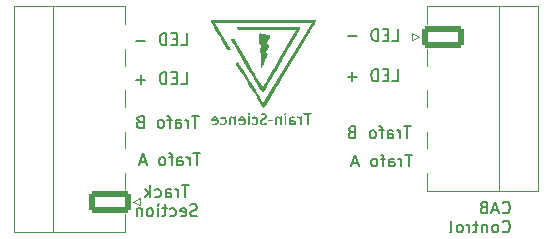
<source format=gbr>
%TF.GenerationSoftware,KiCad,Pcbnew,8.0.2*%
%TF.CreationDate,2025-01-19T22:09:42+01:00*%
%TF.ProjectId,CabControl,43616243-6f6e-4747-926f-6c2e6b696361,rev?*%
%TF.SameCoordinates,Original*%
%TF.FileFunction,Legend,Bot*%
%TF.FilePolarity,Positive*%
%FSLAX46Y46*%
G04 Gerber Fmt 4.6, Leading zero omitted, Abs format (unit mm)*
G04 Created by KiCad (PCBNEW 8.0.2) date 2025-01-19 22:09:42*
%MOMM*%
%LPD*%
G01*
G04 APERTURE LIST*
G04 Aperture macros list*
%AMRoundRect*
0 Rectangle with rounded corners*
0 $1 Rounding radius*
0 $2 $3 $4 $5 $6 $7 $8 $9 X,Y pos of 4 corners*
0 Add a 4 corners polygon primitive as box body*
4,1,4,$2,$3,$4,$5,$6,$7,$8,$9,$2,$3,0*
0 Add four circle primitives for the rounded corners*
1,1,$1+$1,$2,$3*
1,1,$1+$1,$4,$5*
1,1,$1+$1,$6,$7*
1,1,$1+$1,$8,$9*
0 Add four rect primitives between the rounded corners*
20,1,$1+$1,$2,$3,$4,$5,0*
20,1,$1+$1,$4,$5,$6,$7,0*
20,1,$1+$1,$6,$7,$8,$9,0*
20,1,$1+$1,$8,$9,$2,$3,0*%
G04 Aperture macros list end*
%ADD10C,0.150000*%
%ADD11C,0.000000*%
%ADD12C,0.120000*%
%ADD13O,3.700000X2.000000*%
%ADD14C,1.400000*%
%ADD15O,1.400000X1.400000*%
%ADD16R,1.800000X1.800000*%
%ADD17C,1.800000*%
%ADD18RoundRect,0.250000X1.550000X-0.650000X1.550000X0.650000X-1.550000X0.650000X-1.550000X-0.650000X0*%
%ADD19O,3.600000X1.800000*%
%ADD20RoundRect,0.250000X-1.550000X0.650000X-1.550000X-0.650000X1.550000X-0.650000X1.550000X0.650000X0*%
G04 APERTURE END LIST*
D10*
X144317604Y-70638353D02*
X144793794Y-70638353D01*
X144793794Y-70638353D02*
X144793794Y-69638353D01*
X143984270Y-70114543D02*
X143650937Y-70114543D01*
X143508080Y-70638353D02*
X143984270Y-70638353D01*
X143984270Y-70638353D02*
X143984270Y-69638353D01*
X143984270Y-69638353D02*
X143508080Y-69638353D01*
X143079508Y-70638353D02*
X143079508Y-69638353D01*
X143079508Y-69638353D02*
X142841413Y-69638353D01*
X142841413Y-69638353D02*
X142698556Y-69685972D01*
X142698556Y-69685972D02*
X142603318Y-69781210D01*
X142603318Y-69781210D02*
X142555699Y-69876448D01*
X142555699Y-69876448D02*
X142508080Y-70066924D01*
X142508080Y-70066924D02*
X142508080Y-70209781D01*
X142508080Y-70209781D02*
X142555699Y-70400257D01*
X142555699Y-70400257D02*
X142603318Y-70495495D01*
X142603318Y-70495495D02*
X142698556Y-70590734D01*
X142698556Y-70590734D02*
X142841413Y-70638353D01*
X142841413Y-70638353D02*
X143079508Y-70638353D01*
X141317603Y-70257400D02*
X140555699Y-70257400D01*
X145825651Y-76623353D02*
X145254223Y-76623353D01*
X145539937Y-77623353D02*
X145539937Y-76623353D01*
X144920889Y-77623353D02*
X144920889Y-76956686D01*
X144920889Y-77147162D02*
X144873270Y-77051924D01*
X144873270Y-77051924D02*
X144825651Y-77004305D01*
X144825651Y-77004305D02*
X144730413Y-76956686D01*
X144730413Y-76956686D02*
X144635175Y-76956686D01*
X143873270Y-77623353D02*
X143873270Y-77099543D01*
X143873270Y-77099543D02*
X143920889Y-77004305D01*
X143920889Y-77004305D02*
X144016127Y-76956686D01*
X144016127Y-76956686D02*
X144206603Y-76956686D01*
X144206603Y-76956686D02*
X144301841Y-77004305D01*
X143873270Y-77575734D02*
X143968508Y-77623353D01*
X143968508Y-77623353D02*
X144206603Y-77623353D01*
X144206603Y-77623353D02*
X144301841Y-77575734D01*
X144301841Y-77575734D02*
X144349460Y-77480495D01*
X144349460Y-77480495D02*
X144349460Y-77385257D01*
X144349460Y-77385257D02*
X144301841Y-77290019D01*
X144301841Y-77290019D02*
X144206603Y-77242400D01*
X144206603Y-77242400D02*
X143968508Y-77242400D01*
X143968508Y-77242400D02*
X143873270Y-77194781D01*
X143539936Y-76956686D02*
X143158984Y-76956686D01*
X143397079Y-77623353D02*
X143397079Y-76766210D01*
X143397079Y-76766210D02*
X143349460Y-76670972D01*
X143349460Y-76670972D02*
X143254222Y-76623353D01*
X143254222Y-76623353D02*
X143158984Y-76623353D01*
X142682793Y-77623353D02*
X142778031Y-77575734D01*
X142778031Y-77575734D02*
X142825650Y-77528114D01*
X142825650Y-77528114D02*
X142873269Y-77432876D01*
X142873269Y-77432876D02*
X142873269Y-77147162D01*
X142873269Y-77147162D02*
X142825650Y-77051924D01*
X142825650Y-77051924D02*
X142778031Y-77004305D01*
X142778031Y-77004305D02*
X142682793Y-76956686D01*
X142682793Y-76956686D02*
X142539936Y-76956686D01*
X142539936Y-76956686D02*
X142444698Y-77004305D01*
X142444698Y-77004305D02*
X142397079Y-77051924D01*
X142397079Y-77051924D02*
X142349460Y-77147162D01*
X142349460Y-77147162D02*
X142349460Y-77432876D01*
X142349460Y-77432876D02*
X142397079Y-77528114D01*
X142397079Y-77528114D02*
X142444698Y-77575734D01*
X142444698Y-77575734D02*
X142539936Y-77623353D01*
X142539936Y-77623353D02*
X142682793Y-77623353D01*
X140825650Y-77099543D02*
X140682793Y-77147162D01*
X140682793Y-77147162D02*
X140635174Y-77194781D01*
X140635174Y-77194781D02*
X140587555Y-77290019D01*
X140587555Y-77290019D02*
X140587555Y-77432876D01*
X140587555Y-77432876D02*
X140635174Y-77528114D01*
X140635174Y-77528114D02*
X140682793Y-77575734D01*
X140682793Y-77575734D02*
X140778031Y-77623353D01*
X140778031Y-77623353D02*
X141158983Y-77623353D01*
X141158983Y-77623353D02*
X141158983Y-76623353D01*
X141158983Y-76623353D02*
X140825650Y-76623353D01*
X140825650Y-76623353D02*
X140730412Y-76670972D01*
X140730412Y-76670972D02*
X140682793Y-76718591D01*
X140682793Y-76718591D02*
X140635174Y-76813829D01*
X140635174Y-76813829D02*
X140635174Y-76909067D01*
X140635174Y-76909067D02*
X140682793Y-77004305D01*
X140682793Y-77004305D02*
X140730412Y-77051924D01*
X140730412Y-77051924D02*
X140825650Y-77099543D01*
X140825650Y-77099543D02*
X141158983Y-77099543D01*
X144979526Y-82506409D02*
X144408098Y-82506409D01*
X144693812Y-83506409D02*
X144693812Y-82506409D01*
X144074764Y-83506409D02*
X144074764Y-82839742D01*
X144074764Y-83030218D02*
X144027145Y-82934980D01*
X144027145Y-82934980D02*
X143979526Y-82887361D01*
X143979526Y-82887361D02*
X143884288Y-82839742D01*
X143884288Y-82839742D02*
X143789050Y-82839742D01*
X143027145Y-83506409D02*
X143027145Y-82982599D01*
X143027145Y-82982599D02*
X143074764Y-82887361D01*
X143074764Y-82887361D02*
X143170002Y-82839742D01*
X143170002Y-82839742D02*
X143360478Y-82839742D01*
X143360478Y-82839742D02*
X143455716Y-82887361D01*
X143027145Y-83458790D02*
X143122383Y-83506409D01*
X143122383Y-83506409D02*
X143360478Y-83506409D01*
X143360478Y-83506409D02*
X143455716Y-83458790D01*
X143455716Y-83458790D02*
X143503335Y-83363551D01*
X143503335Y-83363551D02*
X143503335Y-83268313D01*
X143503335Y-83268313D02*
X143455716Y-83173075D01*
X143455716Y-83173075D02*
X143360478Y-83125456D01*
X143360478Y-83125456D02*
X143122383Y-83125456D01*
X143122383Y-83125456D02*
X143027145Y-83077837D01*
X142122383Y-83458790D02*
X142217621Y-83506409D01*
X142217621Y-83506409D02*
X142408097Y-83506409D01*
X142408097Y-83506409D02*
X142503335Y-83458790D01*
X142503335Y-83458790D02*
X142550954Y-83411170D01*
X142550954Y-83411170D02*
X142598573Y-83315932D01*
X142598573Y-83315932D02*
X142598573Y-83030218D01*
X142598573Y-83030218D02*
X142550954Y-82934980D01*
X142550954Y-82934980D02*
X142503335Y-82887361D01*
X142503335Y-82887361D02*
X142408097Y-82839742D01*
X142408097Y-82839742D02*
X142217621Y-82839742D01*
X142217621Y-82839742D02*
X142122383Y-82887361D01*
X141693811Y-83506409D02*
X141693811Y-82506409D01*
X141598573Y-83125456D02*
X141312859Y-83506409D01*
X141312859Y-82839742D02*
X141693811Y-83220694D01*
X145670002Y-85068734D02*
X145527145Y-85116353D01*
X145527145Y-85116353D02*
X145289050Y-85116353D01*
X145289050Y-85116353D02*
X145193812Y-85068734D01*
X145193812Y-85068734D02*
X145146193Y-85021114D01*
X145146193Y-85021114D02*
X145098574Y-84925876D01*
X145098574Y-84925876D02*
X145098574Y-84830638D01*
X145098574Y-84830638D02*
X145146193Y-84735400D01*
X145146193Y-84735400D02*
X145193812Y-84687781D01*
X145193812Y-84687781D02*
X145289050Y-84640162D01*
X145289050Y-84640162D02*
X145479526Y-84592543D01*
X145479526Y-84592543D02*
X145574764Y-84544924D01*
X145574764Y-84544924D02*
X145622383Y-84497305D01*
X145622383Y-84497305D02*
X145670002Y-84402067D01*
X145670002Y-84402067D02*
X145670002Y-84306829D01*
X145670002Y-84306829D02*
X145622383Y-84211591D01*
X145622383Y-84211591D02*
X145574764Y-84163972D01*
X145574764Y-84163972D02*
X145479526Y-84116353D01*
X145479526Y-84116353D02*
X145241431Y-84116353D01*
X145241431Y-84116353D02*
X145098574Y-84163972D01*
X144289050Y-85068734D02*
X144384288Y-85116353D01*
X144384288Y-85116353D02*
X144574764Y-85116353D01*
X144574764Y-85116353D02*
X144670002Y-85068734D01*
X144670002Y-85068734D02*
X144717621Y-84973495D01*
X144717621Y-84973495D02*
X144717621Y-84592543D01*
X144717621Y-84592543D02*
X144670002Y-84497305D01*
X144670002Y-84497305D02*
X144574764Y-84449686D01*
X144574764Y-84449686D02*
X144384288Y-84449686D01*
X144384288Y-84449686D02*
X144289050Y-84497305D01*
X144289050Y-84497305D02*
X144241431Y-84592543D01*
X144241431Y-84592543D02*
X144241431Y-84687781D01*
X144241431Y-84687781D02*
X144717621Y-84783019D01*
X143384288Y-85068734D02*
X143479526Y-85116353D01*
X143479526Y-85116353D02*
X143670002Y-85116353D01*
X143670002Y-85116353D02*
X143765240Y-85068734D01*
X143765240Y-85068734D02*
X143812859Y-85021114D01*
X143812859Y-85021114D02*
X143860478Y-84925876D01*
X143860478Y-84925876D02*
X143860478Y-84640162D01*
X143860478Y-84640162D02*
X143812859Y-84544924D01*
X143812859Y-84544924D02*
X143765240Y-84497305D01*
X143765240Y-84497305D02*
X143670002Y-84449686D01*
X143670002Y-84449686D02*
X143479526Y-84449686D01*
X143479526Y-84449686D02*
X143384288Y-84497305D01*
X143098573Y-84449686D02*
X142717621Y-84449686D01*
X142955716Y-84116353D02*
X142955716Y-84973495D01*
X142955716Y-84973495D02*
X142908097Y-85068734D01*
X142908097Y-85068734D02*
X142812859Y-85116353D01*
X142812859Y-85116353D02*
X142717621Y-85116353D01*
X142384287Y-85116353D02*
X142384287Y-84449686D01*
X142384287Y-84116353D02*
X142431906Y-84163972D01*
X142431906Y-84163972D02*
X142384287Y-84211591D01*
X142384287Y-84211591D02*
X142336668Y-84163972D01*
X142336668Y-84163972D02*
X142384287Y-84116353D01*
X142384287Y-84116353D02*
X142384287Y-84211591D01*
X141765240Y-85116353D02*
X141860478Y-85068734D01*
X141860478Y-85068734D02*
X141908097Y-85021114D01*
X141908097Y-85021114D02*
X141955716Y-84925876D01*
X141955716Y-84925876D02*
X141955716Y-84640162D01*
X141955716Y-84640162D02*
X141908097Y-84544924D01*
X141908097Y-84544924D02*
X141860478Y-84497305D01*
X141860478Y-84497305D02*
X141765240Y-84449686D01*
X141765240Y-84449686D02*
X141622383Y-84449686D01*
X141622383Y-84449686D02*
X141527145Y-84497305D01*
X141527145Y-84497305D02*
X141479526Y-84544924D01*
X141479526Y-84544924D02*
X141431907Y-84640162D01*
X141431907Y-84640162D02*
X141431907Y-84925876D01*
X141431907Y-84925876D02*
X141479526Y-85021114D01*
X141479526Y-85021114D02*
X141527145Y-85068734D01*
X141527145Y-85068734D02*
X141622383Y-85116353D01*
X141622383Y-85116353D02*
X141765240Y-85116353D01*
X141003335Y-84449686D02*
X141003335Y-85116353D01*
X141003335Y-84544924D02*
X140955716Y-84497305D01*
X140955716Y-84497305D02*
X140860478Y-84449686D01*
X140860478Y-84449686D02*
X140717621Y-84449686D01*
X140717621Y-84449686D02*
X140622383Y-84497305D01*
X140622383Y-84497305D02*
X140574764Y-84592543D01*
X140574764Y-84592543D02*
X140574764Y-85116353D01*
X163763077Y-77512353D02*
X163191649Y-77512353D01*
X163477363Y-78512353D02*
X163477363Y-77512353D01*
X162858315Y-78512353D02*
X162858315Y-77845686D01*
X162858315Y-78036162D02*
X162810696Y-77940924D01*
X162810696Y-77940924D02*
X162763077Y-77893305D01*
X162763077Y-77893305D02*
X162667839Y-77845686D01*
X162667839Y-77845686D02*
X162572601Y-77845686D01*
X161810696Y-78512353D02*
X161810696Y-77988543D01*
X161810696Y-77988543D02*
X161858315Y-77893305D01*
X161858315Y-77893305D02*
X161953553Y-77845686D01*
X161953553Y-77845686D02*
X162144029Y-77845686D01*
X162144029Y-77845686D02*
X162239267Y-77893305D01*
X161810696Y-78464734D02*
X161905934Y-78512353D01*
X161905934Y-78512353D02*
X162144029Y-78512353D01*
X162144029Y-78512353D02*
X162239267Y-78464734D01*
X162239267Y-78464734D02*
X162286886Y-78369495D01*
X162286886Y-78369495D02*
X162286886Y-78274257D01*
X162286886Y-78274257D02*
X162239267Y-78179019D01*
X162239267Y-78179019D02*
X162144029Y-78131400D01*
X162144029Y-78131400D02*
X161905934Y-78131400D01*
X161905934Y-78131400D02*
X161810696Y-78083781D01*
X161477362Y-77845686D02*
X161096410Y-77845686D01*
X161334505Y-78512353D02*
X161334505Y-77655210D01*
X161334505Y-77655210D02*
X161286886Y-77559972D01*
X161286886Y-77559972D02*
X161191648Y-77512353D01*
X161191648Y-77512353D02*
X161096410Y-77512353D01*
X160620219Y-78512353D02*
X160715457Y-78464734D01*
X160715457Y-78464734D02*
X160763076Y-78417114D01*
X160763076Y-78417114D02*
X160810695Y-78321876D01*
X160810695Y-78321876D02*
X160810695Y-78036162D01*
X160810695Y-78036162D02*
X160763076Y-77940924D01*
X160763076Y-77940924D02*
X160715457Y-77893305D01*
X160715457Y-77893305D02*
X160620219Y-77845686D01*
X160620219Y-77845686D02*
X160477362Y-77845686D01*
X160477362Y-77845686D02*
X160382124Y-77893305D01*
X160382124Y-77893305D02*
X160334505Y-77940924D01*
X160334505Y-77940924D02*
X160286886Y-78036162D01*
X160286886Y-78036162D02*
X160286886Y-78321876D01*
X160286886Y-78321876D02*
X160334505Y-78417114D01*
X160334505Y-78417114D02*
X160382124Y-78464734D01*
X160382124Y-78464734D02*
X160477362Y-78512353D01*
X160477362Y-78512353D02*
X160620219Y-78512353D01*
X158763076Y-77988543D02*
X158620219Y-78036162D01*
X158620219Y-78036162D02*
X158572600Y-78083781D01*
X158572600Y-78083781D02*
X158524981Y-78179019D01*
X158524981Y-78179019D02*
X158524981Y-78321876D01*
X158524981Y-78321876D02*
X158572600Y-78417114D01*
X158572600Y-78417114D02*
X158620219Y-78464734D01*
X158620219Y-78464734D02*
X158715457Y-78512353D01*
X158715457Y-78512353D02*
X159096409Y-78512353D01*
X159096409Y-78512353D02*
X159096409Y-77512353D01*
X159096409Y-77512353D02*
X158763076Y-77512353D01*
X158763076Y-77512353D02*
X158667838Y-77559972D01*
X158667838Y-77559972D02*
X158620219Y-77607591D01*
X158620219Y-77607591D02*
X158572600Y-77702829D01*
X158572600Y-77702829D02*
X158572600Y-77798067D01*
X158572600Y-77798067D02*
X158620219Y-77893305D01*
X158620219Y-77893305D02*
X158667838Y-77940924D01*
X158667838Y-77940924D02*
X158763076Y-77988543D01*
X158763076Y-77988543D02*
X159096409Y-77988543D01*
X171557792Y-84778636D02*
X171605411Y-84826256D01*
X171605411Y-84826256D02*
X171748268Y-84873875D01*
X171748268Y-84873875D02*
X171843506Y-84873875D01*
X171843506Y-84873875D02*
X171986363Y-84826256D01*
X171986363Y-84826256D02*
X172081601Y-84731017D01*
X172081601Y-84731017D02*
X172129220Y-84635779D01*
X172129220Y-84635779D02*
X172176839Y-84445303D01*
X172176839Y-84445303D02*
X172176839Y-84302446D01*
X172176839Y-84302446D02*
X172129220Y-84111970D01*
X172129220Y-84111970D02*
X172081601Y-84016732D01*
X172081601Y-84016732D02*
X171986363Y-83921494D01*
X171986363Y-83921494D02*
X171843506Y-83873875D01*
X171843506Y-83873875D02*
X171748268Y-83873875D01*
X171748268Y-83873875D02*
X171605411Y-83921494D01*
X171605411Y-83921494D02*
X171557792Y-83969113D01*
X171176839Y-84588160D02*
X170700649Y-84588160D01*
X171272077Y-84873875D02*
X170938744Y-83873875D01*
X170938744Y-83873875D02*
X170605411Y-84873875D01*
X169938744Y-84350065D02*
X169795887Y-84397684D01*
X169795887Y-84397684D02*
X169748268Y-84445303D01*
X169748268Y-84445303D02*
X169700649Y-84540541D01*
X169700649Y-84540541D02*
X169700649Y-84683398D01*
X169700649Y-84683398D02*
X169748268Y-84778636D01*
X169748268Y-84778636D02*
X169795887Y-84826256D01*
X169795887Y-84826256D02*
X169891125Y-84873875D01*
X169891125Y-84873875D02*
X170272077Y-84873875D01*
X170272077Y-84873875D02*
X170272077Y-83873875D01*
X170272077Y-83873875D02*
X169938744Y-83873875D01*
X169938744Y-83873875D02*
X169843506Y-83921494D01*
X169843506Y-83921494D02*
X169795887Y-83969113D01*
X169795887Y-83969113D02*
X169748268Y-84064351D01*
X169748268Y-84064351D02*
X169748268Y-84159589D01*
X169748268Y-84159589D02*
X169795887Y-84254827D01*
X169795887Y-84254827D02*
X169843506Y-84302446D01*
X169843506Y-84302446D02*
X169938744Y-84350065D01*
X169938744Y-84350065D02*
X170272077Y-84350065D01*
X171557792Y-86388580D02*
X171605411Y-86436200D01*
X171605411Y-86436200D02*
X171748268Y-86483819D01*
X171748268Y-86483819D02*
X171843506Y-86483819D01*
X171843506Y-86483819D02*
X171986363Y-86436200D01*
X171986363Y-86436200D02*
X172081601Y-86340961D01*
X172081601Y-86340961D02*
X172129220Y-86245723D01*
X172129220Y-86245723D02*
X172176839Y-86055247D01*
X172176839Y-86055247D02*
X172176839Y-85912390D01*
X172176839Y-85912390D02*
X172129220Y-85721914D01*
X172129220Y-85721914D02*
X172081601Y-85626676D01*
X172081601Y-85626676D02*
X171986363Y-85531438D01*
X171986363Y-85531438D02*
X171843506Y-85483819D01*
X171843506Y-85483819D02*
X171748268Y-85483819D01*
X171748268Y-85483819D02*
X171605411Y-85531438D01*
X171605411Y-85531438D02*
X171557792Y-85579057D01*
X170986363Y-86483819D02*
X171081601Y-86436200D01*
X171081601Y-86436200D02*
X171129220Y-86388580D01*
X171129220Y-86388580D02*
X171176839Y-86293342D01*
X171176839Y-86293342D02*
X171176839Y-86007628D01*
X171176839Y-86007628D02*
X171129220Y-85912390D01*
X171129220Y-85912390D02*
X171081601Y-85864771D01*
X171081601Y-85864771D02*
X170986363Y-85817152D01*
X170986363Y-85817152D02*
X170843506Y-85817152D01*
X170843506Y-85817152D02*
X170748268Y-85864771D01*
X170748268Y-85864771D02*
X170700649Y-85912390D01*
X170700649Y-85912390D02*
X170653030Y-86007628D01*
X170653030Y-86007628D02*
X170653030Y-86293342D01*
X170653030Y-86293342D02*
X170700649Y-86388580D01*
X170700649Y-86388580D02*
X170748268Y-86436200D01*
X170748268Y-86436200D02*
X170843506Y-86483819D01*
X170843506Y-86483819D02*
X170986363Y-86483819D01*
X170224458Y-85817152D02*
X170224458Y-86483819D01*
X170224458Y-85912390D02*
X170176839Y-85864771D01*
X170176839Y-85864771D02*
X170081601Y-85817152D01*
X170081601Y-85817152D02*
X169938744Y-85817152D01*
X169938744Y-85817152D02*
X169843506Y-85864771D01*
X169843506Y-85864771D02*
X169795887Y-85960009D01*
X169795887Y-85960009D02*
X169795887Y-86483819D01*
X169462553Y-85817152D02*
X169081601Y-85817152D01*
X169319696Y-85483819D02*
X169319696Y-86340961D01*
X169319696Y-86340961D02*
X169272077Y-86436200D01*
X169272077Y-86436200D02*
X169176839Y-86483819D01*
X169176839Y-86483819D02*
X169081601Y-86483819D01*
X168748267Y-86483819D02*
X168748267Y-85817152D01*
X168748267Y-86007628D02*
X168700648Y-85912390D01*
X168700648Y-85912390D02*
X168653029Y-85864771D01*
X168653029Y-85864771D02*
X168557791Y-85817152D01*
X168557791Y-85817152D02*
X168462553Y-85817152D01*
X167986362Y-86483819D02*
X168081600Y-86436200D01*
X168081600Y-86436200D02*
X168129219Y-86388580D01*
X168129219Y-86388580D02*
X168176838Y-86293342D01*
X168176838Y-86293342D02*
X168176838Y-86007628D01*
X168176838Y-86007628D02*
X168129219Y-85912390D01*
X168129219Y-85912390D02*
X168081600Y-85864771D01*
X168081600Y-85864771D02*
X167986362Y-85817152D01*
X167986362Y-85817152D02*
X167843505Y-85817152D01*
X167843505Y-85817152D02*
X167748267Y-85864771D01*
X167748267Y-85864771D02*
X167700648Y-85912390D01*
X167700648Y-85912390D02*
X167653029Y-86007628D01*
X167653029Y-86007628D02*
X167653029Y-86293342D01*
X167653029Y-86293342D02*
X167700648Y-86388580D01*
X167700648Y-86388580D02*
X167748267Y-86436200D01*
X167748267Y-86436200D02*
X167843505Y-86483819D01*
X167843505Y-86483819D02*
X167986362Y-86483819D01*
X167081600Y-86483819D02*
X167176838Y-86436200D01*
X167176838Y-86436200D02*
X167224457Y-86340961D01*
X167224457Y-86340961D02*
X167224457Y-85483819D01*
X162224604Y-73686353D02*
X162700794Y-73686353D01*
X162700794Y-73686353D02*
X162700794Y-72686353D01*
X161891270Y-73162543D02*
X161557937Y-73162543D01*
X161415080Y-73686353D02*
X161891270Y-73686353D01*
X161891270Y-73686353D02*
X161891270Y-72686353D01*
X161891270Y-72686353D02*
X161415080Y-72686353D01*
X160986508Y-73686353D02*
X160986508Y-72686353D01*
X160986508Y-72686353D02*
X160748413Y-72686353D01*
X160748413Y-72686353D02*
X160605556Y-72733972D01*
X160605556Y-72733972D02*
X160510318Y-72829210D01*
X160510318Y-72829210D02*
X160462699Y-72924448D01*
X160462699Y-72924448D02*
X160415080Y-73114924D01*
X160415080Y-73114924D02*
X160415080Y-73257781D01*
X160415080Y-73257781D02*
X160462699Y-73448257D01*
X160462699Y-73448257D02*
X160510318Y-73543495D01*
X160510318Y-73543495D02*
X160605556Y-73638734D01*
X160605556Y-73638734D02*
X160748413Y-73686353D01*
X160748413Y-73686353D02*
X160986508Y-73686353D01*
X159224603Y-73305400D02*
X158462699Y-73305400D01*
X158843651Y-73686353D02*
X158843651Y-72924448D01*
X144317604Y-73940353D02*
X144793794Y-73940353D01*
X144793794Y-73940353D02*
X144793794Y-72940353D01*
X143984270Y-73416543D02*
X143650937Y-73416543D01*
X143508080Y-73940353D02*
X143984270Y-73940353D01*
X143984270Y-73940353D02*
X143984270Y-72940353D01*
X143984270Y-72940353D02*
X143508080Y-72940353D01*
X143079508Y-73940353D02*
X143079508Y-72940353D01*
X143079508Y-72940353D02*
X142841413Y-72940353D01*
X142841413Y-72940353D02*
X142698556Y-72987972D01*
X142698556Y-72987972D02*
X142603318Y-73083210D01*
X142603318Y-73083210D02*
X142555699Y-73178448D01*
X142555699Y-73178448D02*
X142508080Y-73368924D01*
X142508080Y-73368924D02*
X142508080Y-73511781D01*
X142508080Y-73511781D02*
X142555699Y-73702257D01*
X142555699Y-73702257D02*
X142603318Y-73797495D01*
X142603318Y-73797495D02*
X142698556Y-73892734D01*
X142698556Y-73892734D02*
X142841413Y-73940353D01*
X142841413Y-73940353D02*
X143079508Y-73940353D01*
X141317603Y-73559400D02*
X140555699Y-73559400D01*
X140936651Y-73940353D02*
X140936651Y-73178448D01*
X145952651Y-79798353D02*
X145381223Y-79798353D01*
X145666937Y-80798353D02*
X145666937Y-79798353D01*
X145047889Y-80798353D02*
X145047889Y-80131686D01*
X145047889Y-80322162D02*
X145000270Y-80226924D01*
X145000270Y-80226924D02*
X144952651Y-80179305D01*
X144952651Y-80179305D02*
X144857413Y-80131686D01*
X144857413Y-80131686D02*
X144762175Y-80131686D01*
X144000270Y-80798353D02*
X144000270Y-80274543D01*
X144000270Y-80274543D02*
X144047889Y-80179305D01*
X144047889Y-80179305D02*
X144143127Y-80131686D01*
X144143127Y-80131686D02*
X144333603Y-80131686D01*
X144333603Y-80131686D02*
X144428841Y-80179305D01*
X144000270Y-80750734D02*
X144095508Y-80798353D01*
X144095508Y-80798353D02*
X144333603Y-80798353D01*
X144333603Y-80798353D02*
X144428841Y-80750734D01*
X144428841Y-80750734D02*
X144476460Y-80655495D01*
X144476460Y-80655495D02*
X144476460Y-80560257D01*
X144476460Y-80560257D02*
X144428841Y-80465019D01*
X144428841Y-80465019D02*
X144333603Y-80417400D01*
X144333603Y-80417400D02*
X144095508Y-80417400D01*
X144095508Y-80417400D02*
X144000270Y-80369781D01*
X143666936Y-80131686D02*
X143285984Y-80131686D01*
X143524079Y-80798353D02*
X143524079Y-79941210D01*
X143524079Y-79941210D02*
X143476460Y-79845972D01*
X143476460Y-79845972D02*
X143381222Y-79798353D01*
X143381222Y-79798353D02*
X143285984Y-79798353D01*
X142809793Y-80798353D02*
X142905031Y-80750734D01*
X142905031Y-80750734D02*
X142952650Y-80703114D01*
X142952650Y-80703114D02*
X143000269Y-80607876D01*
X143000269Y-80607876D02*
X143000269Y-80322162D01*
X143000269Y-80322162D02*
X142952650Y-80226924D01*
X142952650Y-80226924D02*
X142905031Y-80179305D01*
X142905031Y-80179305D02*
X142809793Y-80131686D01*
X142809793Y-80131686D02*
X142666936Y-80131686D01*
X142666936Y-80131686D02*
X142571698Y-80179305D01*
X142571698Y-80179305D02*
X142524079Y-80226924D01*
X142524079Y-80226924D02*
X142476460Y-80322162D01*
X142476460Y-80322162D02*
X142476460Y-80607876D01*
X142476460Y-80607876D02*
X142524079Y-80703114D01*
X142524079Y-80703114D02*
X142571698Y-80750734D01*
X142571698Y-80750734D02*
X142666936Y-80798353D01*
X142666936Y-80798353D02*
X142809793Y-80798353D01*
X141333602Y-80512638D02*
X140857412Y-80512638D01*
X141428840Y-80798353D02*
X141095507Y-79798353D01*
X141095507Y-79798353D02*
X140762174Y-80798353D01*
X163890077Y-79895819D02*
X163318649Y-79895819D01*
X163604363Y-80895819D02*
X163604363Y-79895819D01*
X162985315Y-80895819D02*
X162985315Y-80229152D01*
X162985315Y-80419628D02*
X162937696Y-80324390D01*
X162937696Y-80324390D02*
X162890077Y-80276771D01*
X162890077Y-80276771D02*
X162794839Y-80229152D01*
X162794839Y-80229152D02*
X162699601Y-80229152D01*
X161937696Y-80895819D02*
X161937696Y-80372009D01*
X161937696Y-80372009D02*
X161985315Y-80276771D01*
X161985315Y-80276771D02*
X162080553Y-80229152D01*
X162080553Y-80229152D02*
X162271029Y-80229152D01*
X162271029Y-80229152D02*
X162366267Y-80276771D01*
X161937696Y-80848200D02*
X162032934Y-80895819D01*
X162032934Y-80895819D02*
X162271029Y-80895819D01*
X162271029Y-80895819D02*
X162366267Y-80848200D01*
X162366267Y-80848200D02*
X162413886Y-80752961D01*
X162413886Y-80752961D02*
X162413886Y-80657723D01*
X162413886Y-80657723D02*
X162366267Y-80562485D01*
X162366267Y-80562485D02*
X162271029Y-80514866D01*
X162271029Y-80514866D02*
X162032934Y-80514866D01*
X162032934Y-80514866D02*
X161937696Y-80467247D01*
X161604362Y-80229152D02*
X161223410Y-80229152D01*
X161461505Y-80895819D02*
X161461505Y-80038676D01*
X161461505Y-80038676D02*
X161413886Y-79943438D01*
X161413886Y-79943438D02*
X161318648Y-79895819D01*
X161318648Y-79895819D02*
X161223410Y-79895819D01*
X160747219Y-80895819D02*
X160842457Y-80848200D01*
X160842457Y-80848200D02*
X160890076Y-80800580D01*
X160890076Y-80800580D02*
X160937695Y-80705342D01*
X160937695Y-80705342D02*
X160937695Y-80419628D01*
X160937695Y-80419628D02*
X160890076Y-80324390D01*
X160890076Y-80324390D02*
X160842457Y-80276771D01*
X160842457Y-80276771D02*
X160747219Y-80229152D01*
X160747219Y-80229152D02*
X160604362Y-80229152D01*
X160604362Y-80229152D02*
X160509124Y-80276771D01*
X160509124Y-80276771D02*
X160461505Y-80324390D01*
X160461505Y-80324390D02*
X160413886Y-80419628D01*
X160413886Y-80419628D02*
X160413886Y-80705342D01*
X160413886Y-80705342D02*
X160461505Y-80800580D01*
X160461505Y-80800580D02*
X160509124Y-80848200D01*
X160509124Y-80848200D02*
X160604362Y-80895819D01*
X160604362Y-80895819D02*
X160747219Y-80895819D01*
X159271028Y-80610104D02*
X158794838Y-80610104D01*
X159366266Y-80895819D02*
X159032933Y-79895819D01*
X159032933Y-79895819D02*
X158699600Y-80895819D01*
X162224604Y-70257353D02*
X162700794Y-70257353D01*
X162700794Y-70257353D02*
X162700794Y-69257353D01*
X161891270Y-69733543D02*
X161557937Y-69733543D01*
X161415080Y-70257353D02*
X161891270Y-70257353D01*
X161891270Y-70257353D02*
X161891270Y-69257353D01*
X161891270Y-69257353D02*
X161415080Y-69257353D01*
X160986508Y-70257353D02*
X160986508Y-69257353D01*
X160986508Y-69257353D02*
X160748413Y-69257353D01*
X160748413Y-69257353D02*
X160605556Y-69304972D01*
X160605556Y-69304972D02*
X160510318Y-69400210D01*
X160510318Y-69400210D02*
X160462699Y-69495448D01*
X160462699Y-69495448D02*
X160415080Y-69685924D01*
X160415080Y-69685924D02*
X160415080Y-69828781D01*
X160415080Y-69828781D02*
X160462699Y-70019257D01*
X160462699Y-70019257D02*
X160510318Y-70114495D01*
X160510318Y-70114495D02*
X160605556Y-70209734D01*
X160605556Y-70209734D02*
X160748413Y-70257353D01*
X160748413Y-70257353D02*
X160986508Y-70257353D01*
X159224603Y-69876400D02*
X158462699Y-69876400D01*
D11*
%TO.C,G\u002A\u002A\u002A*%
G36*
X150164217Y-77403200D02*
G01*
X150003253Y-77403200D01*
X150003253Y-76662769D01*
X150164217Y-76662769D01*
X150164217Y-77403200D01*
G37*
G36*
X153254711Y-77403200D02*
G01*
X153093748Y-77403200D01*
X153093748Y-76662769D01*
X153254711Y-76662769D01*
X153254711Y-77403200D01*
G37*
G36*
X150127136Y-76403361D02*
G01*
X150158407Y-76461565D01*
X150160288Y-76478786D01*
X150147120Y-76522959D01*
X150087874Y-76533999D01*
X150033576Y-76528300D01*
X149985037Y-76492248D01*
X149991150Y-76422528D01*
X150015131Y-76390565D01*
X150070891Y-76377714D01*
X150127136Y-76403361D01*
G37*
G36*
X153217631Y-76403361D02*
G01*
X153248902Y-76461565D01*
X153250782Y-76478786D01*
X153237614Y-76522959D01*
X153178368Y-76533999D01*
X153124071Y-76528300D01*
X153075531Y-76492248D01*
X153081644Y-76422528D01*
X153105625Y-76390565D01*
X153161385Y-76377714D01*
X153217631Y-76403361D01*
G37*
G36*
X152029271Y-76931845D02*
G01*
X152099977Y-76958919D01*
X152127968Y-77001406D01*
X152126457Y-77011965D01*
X152100953Y-77034353D01*
X152034842Y-77045841D01*
X151916355Y-77049081D01*
X151816925Y-77047672D01*
X151747027Y-77040260D01*
X151717525Y-77023166D01*
X151715419Y-76992744D01*
X151717287Y-76986014D01*
X151759857Y-76947266D01*
X151839311Y-76925600D01*
X151935749Y-76920599D01*
X152029271Y-76931845D01*
G37*
G36*
X154574609Y-77403200D02*
G01*
X154494128Y-77403200D01*
X154468728Y-77402549D01*
X154437537Y-77392539D01*
X154421112Y-77359440D01*
X154414725Y-77289488D01*
X154413646Y-77168919D01*
X154413394Y-77136100D01*
X154400674Y-76975385D01*
X154366269Y-76868818D01*
X154306744Y-76809752D01*
X154218665Y-76791540D01*
X154196857Y-76791013D01*
X154139447Y-76774633D01*
X154123912Y-76727155D01*
X154130953Y-76699259D01*
X154179541Y-76666074D01*
X154259050Y-76664196D01*
X154351377Y-76696095D01*
X154393940Y-76712977D01*
X154413646Y-76696095D01*
X154433634Y-76674174D01*
X154494128Y-76662769D01*
X154574609Y-76662769D01*
X154574609Y-77403200D01*
G37*
G36*
X155139824Y-76373161D02*
G01*
X155278502Y-76374892D01*
X155367475Y-76379863D01*
X155416909Y-76389589D01*
X155436973Y-76405588D01*
X155437834Y-76429373D01*
X155425497Y-76456105D01*
X155375100Y-76482408D01*
X155274510Y-76495522D01*
X155121884Y-76505334D01*
X155121884Y-77403200D01*
X154960921Y-77403200D01*
X154960921Y-76501806D01*
X154816054Y-76501806D01*
X154805647Y-76501782D01*
X154720025Y-76496683D01*
X154680666Y-76477657D01*
X154671187Y-76437421D01*
X154672650Y-76418024D01*
X154685156Y-76397129D01*
X154719492Y-76383945D01*
X154786296Y-76376709D01*
X154896206Y-76373660D01*
X155059860Y-76373036D01*
X155139824Y-76373161D01*
G37*
G36*
X147994017Y-76677527D02*
G01*
X148097648Y-76738042D01*
X148163335Y-76848108D01*
X148193787Y-77010733D01*
X148199297Y-77119215D01*
X148191814Y-77191703D01*
X148164304Y-77245957D01*
X148110139Y-77305323D01*
X148076050Y-77337169D01*
X147989644Y-77389144D01*
X147884581Y-77403200D01*
X147783309Y-77389981D01*
X147691905Y-77349764D01*
X147636951Y-77292108D01*
X147632396Y-77226773D01*
X147644027Y-77199932D01*
X147667458Y-77187129D01*
X147712733Y-77221759D01*
X147713717Y-77222642D01*
X147803413Y-77266772D01*
X147904935Y-77267246D01*
X147988913Y-77223841D01*
X147999479Y-77211043D01*
X148030500Y-77128032D01*
X148039079Y-77019878D01*
X148025217Y-76915078D01*
X147988913Y-76842129D01*
X147988036Y-76841260D01*
X147903631Y-76798442D01*
X147802073Y-76799500D01*
X147712733Y-76844211D01*
X147684375Y-76868557D01*
X147653679Y-76877981D01*
X147632396Y-76839197D01*
X147633783Y-76781548D01*
X147683469Y-76722368D01*
X147770428Y-76679371D01*
X147880310Y-76662769D01*
X147994017Y-76677527D01*
G37*
G36*
X150666007Y-76677527D02*
G01*
X150769638Y-76738042D01*
X150835325Y-76848108D01*
X150865776Y-77010733D01*
X150871287Y-77119215D01*
X150863804Y-77191703D01*
X150836294Y-77245957D01*
X150782128Y-77305323D01*
X150748040Y-77337169D01*
X150661634Y-77389144D01*
X150556571Y-77403200D01*
X150455299Y-77389981D01*
X150363895Y-77349764D01*
X150308941Y-77292108D01*
X150304386Y-77226773D01*
X150316016Y-77199932D01*
X150339448Y-77187129D01*
X150384723Y-77221759D01*
X150385706Y-77222642D01*
X150475403Y-77266772D01*
X150576925Y-77267246D01*
X150660903Y-77223841D01*
X150664382Y-77220116D01*
X150698642Y-77144813D01*
X150711492Y-77032985D01*
X150711403Y-77023249D01*
X150696600Y-76913454D01*
X150660903Y-76842129D01*
X150660026Y-76841260D01*
X150575620Y-76798442D01*
X150474063Y-76799500D01*
X150384723Y-76844211D01*
X150356365Y-76868557D01*
X150325669Y-76877981D01*
X150304386Y-76839197D01*
X150305773Y-76781548D01*
X150355459Y-76722368D01*
X150442418Y-76679371D01*
X150552300Y-76662769D01*
X150666007Y-76677527D01*
G37*
G36*
X151382119Y-76384551D02*
G01*
X151501624Y-76434279D01*
X151580199Y-76513715D01*
X151612277Y-76612357D01*
X151592289Y-76719707D01*
X151514669Y-76825264D01*
X151496486Y-76841568D01*
X151414666Y-76902866D01*
X151345657Y-76938566D01*
X151315725Y-76949271D01*
X151223756Y-77008964D01*
X151171233Y-77087595D01*
X151164721Y-77170370D01*
X151210786Y-77242493D01*
X151220745Y-77249264D01*
X151301583Y-77267002D01*
X151423638Y-77258359D01*
X151572645Y-77224064D01*
X151620682Y-77220068D01*
X151645886Y-77247510D01*
X151630204Y-77297052D01*
X151573530Y-77353086D01*
X151500936Y-77384597D01*
X151377569Y-77401193D01*
X151245017Y-77391535D01*
X151131079Y-77355471D01*
X151062492Y-77300535D01*
X151002749Y-77198564D01*
X150984084Y-77096135D01*
X151009860Y-76996193D01*
X151090466Y-76907305D01*
X151230602Y-76821699D01*
X151308118Y-76778443D01*
X151407540Y-76698245D01*
X151444614Y-76621183D01*
X151418448Y-76548550D01*
X151415899Y-76545703D01*
X151357440Y-76515818D01*
X151273937Y-76502888D01*
X151193963Y-76508439D01*
X151146092Y-76533999D01*
X151105240Y-76564789D01*
X151056392Y-76553914D01*
X151033418Y-76502939D01*
X151033420Y-76502335D01*
X151063098Y-76433240D01*
X151146124Y-76388771D01*
X151274863Y-76373036D01*
X151382119Y-76384551D01*
G37*
G36*
X154058374Y-77182537D02*
G01*
X154044571Y-77278657D01*
X153989626Y-77351932D01*
X153941911Y-77374617D01*
X153837629Y-77392821D01*
X153680894Y-77396021D01*
X153442062Y-77391149D01*
X153451523Y-77135009D01*
X153608830Y-77135009D01*
X153614237Y-77172033D01*
X153647461Y-77235799D01*
X153689481Y-77261034D01*
X153768161Y-77273708D01*
X153843785Y-77260887D01*
X153887752Y-77223977D01*
X153889945Y-77166434D01*
X153838187Y-77121669D01*
X153726774Y-77091989D01*
X153655973Y-77083870D01*
X153617687Y-77095273D01*
X153608830Y-77135009D01*
X153451523Y-77135009D01*
X153453013Y-77094661D01*
X153456324Y-77021881D01*
X153471763Y-76867138D01*
X153501871Y-76763404D01*
X153553099Y-76701130D01*
X153631894Y-76670768D01*
X153744706Y-76662769D01*
X153779597Y-76663364D01*
X153912207Y-76680257D01*
X153997297Y-76718209D01*
X154027334Y-76774250D01*
X154027149Y-76778278D01*
X154009320Y-76801184D01*
X153953505Y-76807973D01*
X153847112Y-76800480D01*
X153748821Y-76793689D01*
X153675024Y-76800964D01*
X153638353Y-76826951D01*
X153615745Y-76873663D01*
X153617304Y-76930832D01*
X153665167Y-76952683D01*
X153727422Y-76958723D01*
X153837627Y-76985717D01*
X153941489Y-77025608D01*
X154010152Y-77068690D01*
X154028984Y-77091887D01*
X154053153Y-77166434D01*
X154058374Y-77182537D01*
G37*
G36*
X147511636Y-76933000D02*
G01*
X147515617Y-77104890D01*
X147511564Y-77135586D01*
X147478247Y-77248779D01*
X147413117Y-77329705D01*
X147400167Y-77339820D01*
X147311634Y-77380354D01*
X147201400Y-77400154D01*
X147086319Y-77400338D01*
X146983250Y-77382024D01*
X146909047Y-77346331D01*
X146880566Y-77294376D01*
X146881169Y-77287067D01*
X146901199Y-77265300D01*
X146959050Y-77258706D01*
X147067514Y-77265295D01*
X147143083Y-77269072D01*
X147267151Y-77252168D01*
X147339789Y-77199960D01*
X147363456Y-77111167D01*
X147362684Y-77096882D01*
X147349957Y-77071313D01*
X147311505Y-77056892D01*
X147234451Y-77050517D01*
X147105915Y-77049081D01*
X146848374Y-77049081D01*
X146848374Y-76950027D01*
X146859670Y-76894557D01*
X147009337Y-76894557D01*
X147025108Y-76905152D01*
X147089420Y-76916076D01*
X147186396Y-76920311D01*
X147259237Y-76918017D01*
X147334341Y-76908662D01*
X147363456Y-76894557D01*
X147345972Y-76851073D01*
X147281065Y-76808306D01*
X147186396Y-76791540D01*
X147111659Y-76801712D01*
X147038153Y-76839477D01*
X147009337Y-76894557D01*
X146859670Y-76894557D01*
X146866001Y-76863471D01*
X146933163Y-76762669D01*
X147034617Y-76690419D01*
X147153326Y-76662769D01*
X147218225Y-76666482D01*
X147359987Y-76710192D01*
X147458775Y-76800233D01*
X147496330Y-76894557D01*
X147511636Y-76933000D01*
G37*
G36*
X148957206Y-76663988D02*
G01*
X148980656Y-76674787D01*
X148994885Y-76706124D01*
X149002196Y-76768962D01*
X149004894Y-76874262D01*
X149005281Y-77032985D01*
X149005281Y-77403200D01*
X148924800Y-77403200D01*
X148891473Y-77401724D01*
X148864619Y-77388601D01*
X148850575Y-77350642D01*
X148845191Y-77274664D01*
X148844318Y-77147485D01*
X148844222Y-77108304D01*
X148841033Y-76991262D01*
X148830555Y-76918461D01*
X148809046Y-76873920D01*
X148772770Y-76841654D01*
X148755412Y-76830399D01*
X148665884Y-76796399D01*
X148587988Y-76800444D01*
X148541932Y-76842462D01*
X148539975Y-76848840D01*
X148531044Y-76914366D01*
X148524764Y-77020739D01*
X148522391Y-77148292D01*
X148521937Y-77253007D01*
X148517832Y-77338522D01*
X148505904Y-77383257D01*
X148481987Y-77400415D01*
X148441910Y-77403200D01*
X148436740Y-77403194D01*
X148400240Y-77399987D01*
X148377979Y-77382328D01*
X148366437Y-77337734D01*
X148362094Y-77253722D01*
X148361428Y-77117808D01*
X148367338Y-76953568D01*
X148391399Y-76815150D01*
X148437903Y-76725519D01*
X148511007Y-76677213D01*
X148614867Y-76662769D01*
X148629311Y-76663050D01*
X148718469Y-76676219D01*
X148777518Y-76703010D01*
X148813432Y-76727107D01*
X148834928Y-76703010D01*
X148862013Y-76677507D01*
X148927482Y-76662769D01*
X148957206Y-76663988D01*
G37*
G36*
X149829507Y-76933000D02*
G01*
X149833487Y-77104890D01*
X149829435Y-77135586D01*
X149796118Y-77248779D01*
X149730988Y-77329705D01*
X149718038Y-77339820D01*
X149629505Y-77380354D01*
X149519270Y-77400154D01*
X149404190Y-77400338D01*
X149301120Y-77382024D01*
X149226917Y-77346331D01*
X149198437Y-77294376D01*
X149199039Y-77287067D01*
X149219070Y-77265300D01*
X149276921Y-77258706D01*
X149385385Y-77265295D01*
X149460954Y-77269072D01*
X149585022Y-77252168D01*
X149657660Y-77199960D01*
X149681327Y-77111167D01*
X149680554Y-77096882D01*
X149667828Y-77071313D01*
X149629376Y-77056892D01*
X149552321Y-77050517D01*
X149423786Y-77049081D01*
X149166244Y-77049081D01*
X149166244Y-76950027D01*
X149177541Y-76894557D01*
X149327208Y-76894557D01*
X149342979Y-76905152D01*
X149407291Y-76916076D01*
X149504267Y-76920311D01*
X149577108Y-76918017D01*
X149652211Y-76908662D01*
X149681327Y-76894557D01*
X149663843Y-76851073D01*
X149598935Y-76808306D01*
X149504267Y-76791540D01*
X149429530Y-76801712D01*
X149356024Y-76839477D01*
X149327208Y-76894557D01*
X149177541Y-76894557D01*
X149183872Y-76863471D01*
X149251034Y-76762669D01*
X149352488Y-76690419D01*
X149471197Y-76662769D01*
X149536096Y-76666482D01*
X149677858Y-76710192D01*
X149776646Y-76800233D01*
X149814201Y-76894557D01*
X149829507Y-76933000D01*
G37*
G36*
X152852517Y-76663988D02*
G01*
X152875966Y-76674787D01*
X152890195Y-76706124D01*
X152897507Y-76768962D01*
X152900204Y-76874262D01*
X152900592Y-77032985D01*
X152900592Y-77403200D01*
X152820110Y-77403200D01*
X152786783Y-77401724D01*
X152759929Y-77388601D01*
X152745885Y-77350642D01*
X152740501Y-77274664D01*
X152739628Y-77147485D01*
X152739532Y-77108304D01*
X152736344Y-76991262D01*
X152725865Y-76918461D01*
X152704357Y-76873920D01*
X152668080Y-76841654D01*
X152650723Y-76830399D01*
X152561194Y-76796399D01*
X152483299Y-76800444D01*
X152437243Y-76842462D01*
X152435286Y-76848840D01*
X152426355Y-76914366D01*
X152420075Y-77020739D01*
X152417702Y-77148292D01*
X152417248Y-77253007D01*
X152413142Y-77338522D01*
X152401215Y-77383257D01*
X152377297Y-77400415D01*
X152337220Y-77403200D01*
X152332050Y-77403194D01*
X152295550Y-77399987D01*
X152273290Y-77382328D01*
X152261748Y-77337734D01*
X152257404Y-77253722D01*
X152256739Y-77117808D01*
X152262649Y-76953568D01*
X152286709Y-76815150D01*
X152333213Y-76725519D01*
X152406317Y-76677213D01*
X152510178Y-76662769D01*
X152524622Y-76663050D01*
X152613779Y-76676219D01*
X152672829Y-76703010D01*
X152708742Y-76727107D01*
X152730239Y-76703010D01*
X152757324Y-76677507D01*
X152822793Y-76662769D01*
X152852517Y-76663988D01*
G37*
G36*
X151092158Y-69635055D02*
G01*
X151199341Y-69657861D01*
X151299924Y-69681620D01*
X151417072Y-69707490D01*
X151500211Y-69723793D01*
X151621810Y-69745750D01*
X151759904Y-69778223D01*
X151847157Y-69811145D01*
X151878344Y-69831406D01*
X151886170Y-69864893D01*
X151857060Y-69928058D01*
X151826995Y-69987127D01*
X151780878Y-70083113D01*
X151727462Y-70197502D01*
X151673742Y-70314987D01*
X151626711Y-70420260D01*
X151593363Y-70498014D01*
X151580693Y-70532939D01*
X151589954Y-70540074D01*
X151638925Y-70546166D01*
X151678750Y-70552492D01*
X151751739Y-70586407D01*
X151767568Y-70598772D01*
X151788116Y-70628801D01*
X151780491Y-70674076D01*
X151743706Y-70755418D01*
X151703967Y-70839681D01*
X151655352Y-70946347D01*
X151605175Y-71058885D01*
X151560540Y-71161197D01*
X151528550Y-71237185D01*
X151516308Y-71270752D01*
X151528661Y-71278883D01*
X151580531Y-71295882D01*
X151597286Y-71300961D01*
X151646165Y-71334444D01*
X151659436Y-71394132D01*
X151637057Y-71489145D01*
X151578986Y-71628598D01*
X151520298Y-71756375D01*
X151462533Y-71882942D01*
X151419189Y-71978739D01*
X151378393Y-72069386D01*
X151321463Y-72195417D01*
X151262855Y-72324810D01*
X151214521Y-72424317D01*
X151157962Y-72514226D01*
X151116531Y-72541590D01*
X151090175Y-72506388D01*
X151078842Y-72408598D01*
X151082480Y-72248196D01*
X151086460Y-72178403D01*
X151094754Y-72029500D01*
X151104213Y-71856671D01*
X151113470Y-71684771D01*
X151132579Y-71326418D01*
X151048191Y-71305238D01*
X151043246Y-71303961D01*
X151003078Y-71286997D01*
X150981777Y-71254791D01*
X150978493Y-71195527D01*
X150992378Y-71097393D01*
X151022584Y-70948574D01*
X151027401Y-70925954D01*
X151057532Y-70774284D01*
X151071407Y-70671164D01*
X151068728Y-70604271D01*
X151049200Y-70561286D01*
X151012527Y-70529888D01*
X151009685Y-70528021D01*
X150979750Y-70505265D01*
X150959781Y-70476066D01*
X150948154Y-70428841D01*
X150943244Y-70352007D01*
X150943427Y-70233980D01*
X150947080Y-70063178D01*
X150947759Y-70036545D01*
X150953251Y-69882056D01*
X150960367Y-69753829D01*
X150968262Y-69664569D01*
X150976092Y-69626982D01*
X151011487Y-69624110D01*
X151092158Y-69635055D01*
G37*
G36*
X154308293Y-69408184D02*
G01*
X154229361Y-69557073D01*
X154124094Y-69749575D01*
X153991555Y-69987366D01*
X153830808Y-70272123D01*
X153640917Y-70605524D01*
X153420945Y-70989245D01*
X153169956Y-71424962D01*
X152887013Y-71914354D01*
X152838506Y-71998120D01*
X152621817Y-72372143D01*
X152414429Y-72729831D01*
X152218634Y-73067244D01*
X152036727Y-73380441D01*
X151871000Y-73665482D01*
X151723747Y-73918428D01*
X151597262Y-74135339D01*
X151493836Y-74312274D01*
X151415765Y-74445294D01*
X151365341Y-74530458D01*
X151344857Y-74563827D01*
X151305402Y-74588333D01*
X151231543Y-74596019D01*
X151222260Y-74593271D01*
X151202237Y-74579318D01*
X151175203Y-74550943D01*
X151139212Y-74504973D01*
X151092313Y-74438233D01*
X151032560Y-74347552D01*
X150958002Y-74229755D01*
X150866693Y-74081670D01*
X150756683Y-73900124D01*
X150626024Y-73681942D01*
X150472767Y-73423953D01*
X150294964Y-73122982D01*
X150090667Y-72775857D01*
X149857927Y-72379404D01*
X149594796Y-71930450D01*
X149345871Y-71504970D01*
X149085387Y-71058321D01*
X148856363Y-70663872D01*
X148657887Y-70320011D01*
X148489048Y-70025128D01*
X148348933Y-69777610D01*
X148236633Y-69575845D01*
X148151235Y-69418220D01*
X148126930Y-69371134D01*
X148397327Y-69371134D01*
X149805228Y-71776177D01*
X149974777Y-72065713D01*
X150178942Y-72414092D01*
X150372022Y-72743265D01*
X150551639Y-73049190D01*
X150715413Y-73327826D01*
X150860965Y-73575130D01*
X150985916Y-73787061D01*
X151087887Y-73959577D01*
X151164498Y-74088637D01*
X151213371Y-74170197D01*
X151232125Y-74200218D01*
X151245683Y-74183326D01*
X151289463Y-74115149D01*
X151361070Y-73998481D01*
X151458160Y-73837287D01*
X151578388Y-73635530D01*
X151719410Y-73397174D01*
X151878882Y-73126185D01*
X152054459Y-72826526D01*
X152243796Y-72502162D01*
X152444550Y-72157056D01*
X152654377Y-71795175D01*
X154057631Y-69371134D01*
X152642103Y-69362751D01*
X152349908Y-69361322D01*
X151939566Y-69360062D01*
X151498911Y-69359402D01*
X151046883Y-69359341D01*
X150602421Y-69359879D01*
X150184464Y-69361016D01*
X149811951Y-69362751D01*
X148397327Y-69371134D01*
X148126930Y-69371134D01*
X148091826Y-69303125D01*
X148057497Y-69228948D01*
X148047335Y-69194075D01*
X148055598Y-69113593D01*
X154397550Y-69113593D01*
X154397214Y-69210171D01*
X154390899Y-69234537D01*
X154361827Y-69301231D01*
X154326838Y-69371134D01*
X154308293Y-69408184D01*
G37*
G36*
X155635893Y-68802634D02*
G01*
X155566965Y-68926603D01*
X155480118Y-69079190D01*
X155373813Y-69263043D01*
X155246514Y-69480812D01*
X155096681Y-69735146D01*
X154922778Y-70028693D01*
X154723266Y-70364103D01*
X154496609Y-70744024D01*
X154241267Y-71171106D01*
X153955704Y-71647996D01*
X153638382Y-72177344D01*
X153574823Y-72283324D01*
X153311226Y-72722804D01*
X153056755Y-73146988D01*
X152813408Y-73552547D01*
X152583185Y-73936155D01*
X152368083Y-74294484D01*
X152170101Y-74624208D01*
X151991236Y-74922000D01*
X151833488Y-75184531D01*
X151698854Y-75408476D01*
X151589332Y-75590508D01*
X151506922Y-75727298D01*
X151453621Y-75815521D01*
X151431428Y-75851849D01*
X151382811Y-75902194D01*
X151299622Y-75916234D01*
X151293882Y-75914830D01*
X151276844Y-75904488D01*
X151253624Y-75882107D01*
X151222536Y-75844991D01*
X151181891Y-75790444D01*
X151130001Y-75715771D01*
X151065180Y-75618274D01*
X150985738Y-75495259D01*
X150889988Y-75344029D01*
X150776242Y-75161888D01*
X150642813Y-74946141D01*
X150488013Y-74694091D01*
X150310153Y-74403044D01*
X150107546Y-74070302D01*
X149878505Y-73693170D01*
X149621340Y-73268951D01*
X149334366Y-72794951D01*
X149015893Y-72268473D01*
X148973506Y-72198373D01*
X148632243Y-71633468D01*
X148323675Y-71121665D01*
X148046882Y-70661404D01*
X147800943Y-70251125D01*
X147584940Y-69889265D01*
X147397951Y-69574265D01*
X147239057Y-69304564D01*
X147107338Y-69078600D01*
X147001873Y-68894813D01*
X146921743Y-68751643D01*
X146908707Y-68727282D01*
X147177841Y-68727282D01*
X148968811Y-71689660D01*
X149177858Y-72035436D01*
X149421730Y-72438804D01*
X149658401Y-72830256D01*
X149885261Y-73205472D01*
X150099699Y-73560135D01*
X150299104Y-73889926D01*
X150480864Y-74190527D01*
X150642369Y-74457620D01*
X150781008Y-74686887D01*
X150894169Y-74874010D01*
X150979243Y-75014669D01*
X151033617Y-75104549D01*
X151307454Y-75557058D01*
X155405198Y-68727282D01*
X153348079Y-68718997D01*
X153267536Y-68718685D01*
X152813084Y-68717298D01*
X152313002Y-68716318D01*
X151783007Y-68715746D01*
X151238815Y-68715581D01*
X150696142Y-68715824D01*
X150170704Y-68716474D01*
X149678218Y-68717532D01*
X149234400Y-68718997D01*
X147177841Y-68727282D01*
X146908707Y-68727282D01*
X146866028Y-68647528D01*
X146833808Y-68580908D01*
X146824162Y-68550222D01*
X146832277Y-68469740D01*
X151281718Y-68461579D01*
X151878292Y-68460499D01*
X152443900Y-68459537D01*
X152951345Y-68458786D01*
X153403810Y-68458284D01*
X153804479Y-68458070D01*
X154156536Y-68458182D01*
X154463166Y-68458657D01*
X154727554Y-68459534D01*
X154952882Y-68460852D01*
X155142336Y-68462648D01*
X155299099Y-68464961D01*
X155426356Y-68467828D01*
X155527291Y-68471288D01*
X155605088Y-68475379D01*
X155662931Y-68480140D01*
X155704004Y-68485608D01*
X155731492Y-68491821D01*
X155748579Y-68498819D01*
X155758449Y-68506638D01*
X155764286Y-68515317D01*
X155765558Y-68519349D01*
X155763162Y-68539961D01*
X155750535Y-68575947D01*
X155726140Y-68629955D01*
X155688438Y-68704635D01*
X155676295Y-68727282D01*
X155635893Y-68802634D01*
G37*
D12*
%TO.C,J2*%
X130174074Y-67342534D02*
X130174074Y-86462534D01*
X130174074Y-86462534D02*
X139594074Y-86462534D01*
X133484074Y-67342534D02*
X133484074Y-86462534D01*
X139594074Y-67342534D02*
X130174074Y-67342534D01*
X139594074Y-68852534D02*
X139594074Y-67342534D01*
X139594074Y-70952534D02*
X139594074Y-72352534D01*
X139594074Y-74452534D02*
X139594074Y-75852534D01*
X139594074Y-77952534D02*
X139594074Y-79352534D01*
X139594074Y-81452534D02*
X139594074Y-82852534D01*
X139594074Y-84952534D02*
X139594074Y-86462534D01*
X140284074Y-83902534D02*
X140884074Y-83602534D01*
X140884074Y-83602534D02*
X140884074Y-84202534D01*
X140884074Y-84202534D02*
X140284074Y-83902534D01*
%TO.C,J1*%
X163869574Y-69602534D02*
X164469574Y-69902534D01*
X163869574Y-70202534D02*
X163869574Y-69602534D01*
X164469574Y-69902534D02*
X163869574Y-70202534D01*
X165159574Y-68852534D02*
X165159574Y-67342534D01*
X165159574Y-72352534D02*
X165159574Y-70952534D01*
X165159574Y-75852534D02*
X165159574Y-74452534D01*
X165159574Y-79352534D02*
X165159574Y-77952534D01*
X165159574Y-81452534D02*
X165159574Y-82962534D01*
X165159574Y-82962534D02*
X174579574Y-82962534D01*
X171269574Y-82962534D02*
X171269574Y-67342534D01*
X174579574Y-67342534D02*
X165159574Y-67342534D01*
X174579574Y-82962534D02*
X174579574Y-67342534D01*
%TD*%
%LPC*%
D13*
%TO.C,SW2*%
X153740574Y-75339534D03*
X153740574Y-80039534D03*
X153740574Y-84739534D03*
X148940574Y-75339534D03*
X148940574Y-80039534D03*
X148940574Y-84739534D03*
%TD*%
D14*
%TO.C,R2*%
X148463000Y-71755000D03*
D15*
X156083000Y-71755000D03*
%TD*%
D16*
%TO.C,D1*%
X159608574Y-76229534D03*
D17*
X162148574Y-76229534D03*
%TD*%
D14*
%TO.C,R1*%
X156083000Y-69469000D03*
D15*
X148463000Y-69469000D03*
%TD*%
D16*
%TO.C,D2*%
X159608574Y-84229534D03*
D17*
X162148574Y-84229534D03*
%TD*%
D18*
%TO.C,J2*%
X138284074Y-83902534D03*
D19*
X138284074Y-80402534D03*
X138284074Y-76902534D03*
X138284074Y-73402534D03*
X138284074Y-69902534D03*
%TD*%
D20*
%TO.C,J1*%
X166469574Y-69902534D03*
D19*
X166469574Y-73402534D03*
X166469574Y-76902534D03*
X166469574Y-80402534D03*
%TD*%
%LPD*%
M02*

</source>
